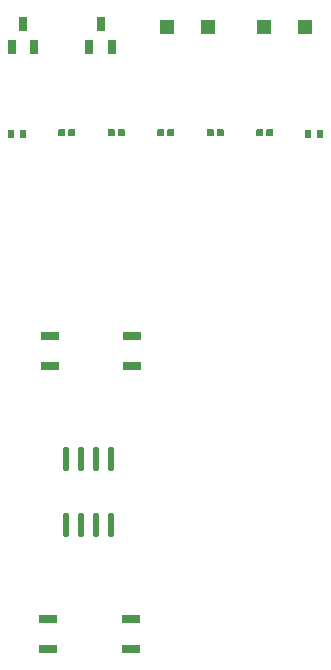
<source format=gtp>
G04 Layer: TopPasteMaskLayer*
G04 EasyEDA v6.5.40, 2024-08-12 13:02:19*
G04 6ed52e104c50462789560134f86f8d0d,8913b61fcc3f40a88925c8db200aa785,10*
G04 Gerber Generator version 0.2*
G04 Scale: 100 percent, Rotated: No, Reflected: No *
G04 Dimensions in millimeters *
G04 leading zeros omitted , absolute positions ,4 integer and 5 decimal *
%FSLAX45Y45*%
%MOMM*%

%ADD10R,0.5000X0.8000*%
%ADD11R,0.7000X1.2500*%
%ADD12O,0.58801X2.0450048*%
%ADD13R,1.5000X0.8000*%
%ADD14R,1.2000X1.1500*%

%LPD*%
G36*
X6317081Y5256834D02*
G01*
X6313068Y5252821D01*
X6313068Y5206847D01*
X6317081Y5202834D01*
X6367170Y5202834D01*
X6371132Y5206847D01*
X6371132Y5252821D01*
X6367170Y5256834D01*
G37*
G36*
X6231991Y5256834D02*
G01*
X6228029Y5252821D01*
X6228029Y5206847D01*
X6231991Y5202834D01*
X6282080Y5202834D01*
X6286093Y5206847D01*
X6286093Y5252821D01*
X6282080Y5256834D01*
G37*
G36*
X6735978Y5256834D02*
G01*
X6732016Y5252821D01*
X6732016Y5206847D01*
X6735978Y5202834D01*
X6786067Y5202834D01*
X6790080Y5206847D01*
X6790080Y5252821D01*
X6786067Y5256834D01*
G37*
G36*
X6650939Y5256834D02*
G01*
X6646925Y5252821D01*
X6646925Y5206847D01*
X6650939Y5202834D01*
X6700977Y5202834D01*
X6704990Y5206847D01*
X6704990Y5252821D01*
X6700977Y5256834D01*
G37*
G36*
X7154875Y5256834D02*
G01*
X7150912Y5252821D01*
X7150912Y5206847D01*
X7154875Y5202834D01*
X7204964Y5202834D01*
X7208977Y5206847D01*
X7208977Y5252821D01*
X7204964Y5256834D01*
G37*
G36*
X7069836Y5256834D02*
G01*
X7065822Y5252821D01*
X7065822Y5206847D01*
X7069836Y5202834D01*
X7119874Y5202834D01*
X7123887Y5206847D01*
X7123887Y5252821D01*
X7119874Y5256834D01*
G37*
G36*
X7573772Y5256834D02*
G01*
X7569809Y5252821D01*
X7569809Y5206847D01*
X7573772Y5202834D01*
X7623860Y5202834D01*
X7627874Y5206847D01*
X7627874Y5252821D01*
X7623860Y5256834D01*
G37*
G36*
X7488732Y5256834D02*
G01*
X7484719Y5252821D01*
X7484719Y5206847D01*
X7488732Y5202834D01*
X7538770Y5202834D01*
X7542784Y5206847D01*
X7542784Y5252821D01*
X7538770Y5256834D01*
G37*
G36*
X7992719Y5256834D02*
G01*
X7988706Y5252821D01*
X7988706Y5206847D01*
X7992719Y5202834D01*
X8042757Y5202834D01*
X8046770Y5206847D01*
X8046770Y5252821D01*
X8042757Y5256834D01*
G37*
G36*
X7907629Y5256834D02*
G01*
X7903667Y5252821D01*
X7903667Y5206847D01*
X7907629Y5202834D01*
X7957718Y5202834D01*
X7961731Y5206847D01*
X7961731Y5252821D01*
X7957718Y5256834D01*
G37*
D10*
G01*
X5830112Y5219700D03*
G01*
X5930112Y5219700D03*
D11*
G01*
X5835904Y5951321D03*
G01*
X6025895Y5951321D03*
G01*
X5930900Y6151321D03*
G01*
X6491630Y5951321D03*
G01*
X6681622Y5951321D03*
G01*
X6586626Y6151321D03*
D10*
G01*
X8444712Y5219700D03*
G01*
X8344712Y5219700D03*
D12*
G01*
X6289725Y1909165D03*
G01*
X6416725Y1909165D03*
G01*
X6543725Y1909165D03*
G01*
X6670725Y1909165D03*
G01*
X6289725Y2463647D03*
G01*
X6416725Y2463647D03*
G01*
X6543725Y2463647D03*
G01*
X6670725Y2463647D03*
D13*
G01*
X6842912Y852906D03*
G01*
X6842912Y1106906D03*
G01*
X6142913Y1106906D03*
G01*
X6142913Y852906D03*
D14*
G01*
X7496733Y6118580D03*
G01*
X7149718Y6118580D03*
G01*
X8314207Y6118580D03*
G01*
X7967192Y6118580D03*
D13*
G01*
X6855612Y3253206D03*
G01*
X6855612Y3507206D03*
G01*
X6155613Y3507206D03*
G01*
X6155613Y3253206D03*
M02*

</source>
